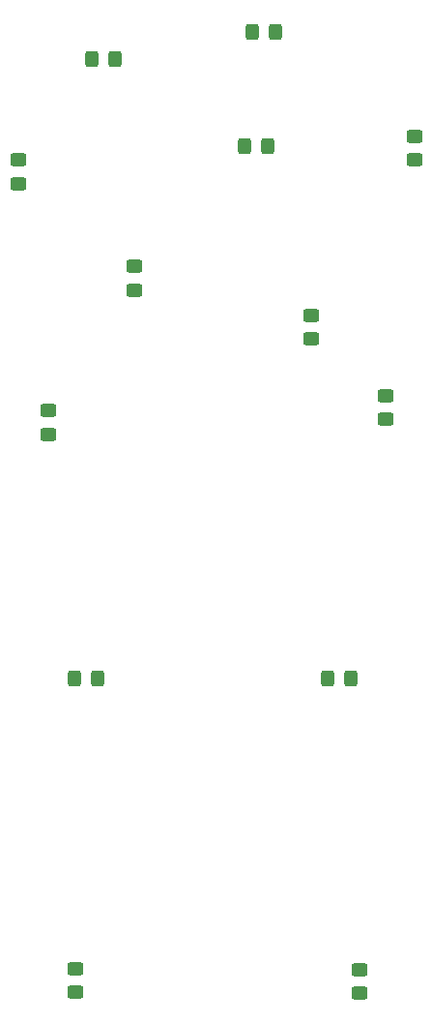
<source format=gbr>
%TF.GenerationSoftware,KiCad,Pcbnew,7.0.8*%
%TF.CreationDate,2024-06-06T10:31:46+02:00*%
%TF.ProjectId,BeerBoard,42656572-426f-4617-9264-2e6b69636164,rev?*%
%TF.SameCoordinates,Original*%
%TF.FileFunction,Paste,Bot*%
%TF.FilePolarity,Positive*%
%FSLAX46Y46*%
G04 Gerber Fmt 4.6, Leading zero omitted, Abs format (unit mm)*
G04 Created by KiCad (PCBNEW 7.0.8) date 2024-06-06 10:31:46*
%MOMM*%
%LPD*%
G01*
G04 APERTURE LIST*
G04 Aperture macros list*
%AMRoundRect*
0 Rectangle with rounded corners*
0 $1 Rounding radius*
0 $2 $3 $4 $5 $6 $7 $8 $9 X,Y pos of 4 corners*
0 Add a 4 corners polygon primitive as box body*
4,1,4,$2,$3,$4,$5,$6,$7,$8,$9,$2,$3,0*
0 Add four circle primitives for the rounded corners*
1,1,$1+$1,$2,$3*
1,1,$1+$1,$4,$5*
1,1,$1+$1,$6,$7*
1,1,$1+$1,$8,$9*
0 Add four rect primitives between the rounded corners*
20,1,$1+$1,$2,$3,$4,$5,0*
20,1,$1+$1,$4,$5,$6,$7,0*
20,1,$1+$1,$6,$7,$8,$9,0*
20,1,$1+$1,$8,$9,$2,$3,0*%
G04 Aperture macros list end*
%ADD10RoundRect,0.250000X-0.325000X-0.450000X0.325000X-0.450000X0.325000X0.450000X-0.325000X0.450000X0*%
%ADD11RoundRect,0.250000X-0.450000X0.325000X-0.450000X-0.325000X0.450000X-0.325000X0.450000X0.325000X0*%
%ADD12RoundRect,0.250000X0.325000X0.450000X-0.325000X0.450000X-0.325000X-0.450000X0.325000X-0.450000X0*%
%ADD13RoundRect,0.250000X0.450000X-0.325000X0.450000X0.325000X-0.450000X0.325000X-0.450000X-0.325000X0*%
G04 APERTURE END LIST*
D10*
%TO.C,D2*%
X124075000Y-75400000D03*
X126125000Y-75400000D03*
%TD*%
D11*
%TO.C,D6*%
X143330000Y-97855000D03*
X143330000Y-99905000D03*
%TD*%
D12*
%TO.C,D12*%
X146792500Y-129580000D03*
X144742500Y-129580000D03*
%TD*%
D11*
%TO.C,D13*%
X147510000Y-155075000D03*
X147510000Y-157125000D03*
%TD*%
D13*
%TO.C,D8*%
X120240000Y-108242500D03*
X120240000Y-106192500D03*
%TD*%
D11*
%TO.C,D7*%
X127780000Y-93567500D03*
X127780000Y-95617500D03*
%TD*%
D10*
%TO.C,D4*%
X138097500Y-73050000D03*
X140147500Y-73050000D03*
%TD*%
%TO.C,D9*%
X122567500Y-129580000D03*
X124617500Y-129580000D03*
%TD*%
%TO.C,D3*%
X137455000Y-83050000D03*
X139505000Y-83050000D03*
%TD*%
D13*
%TO.C,D1*%
X117640000Y-86302500D03*
X117640000Y-84252500D03*
%TD*%
D11*
%TO.C,D10*%
X122620000Y-154977500D03*
X122620000Y-157027500D03*
%TD*%
%TO.C,D11*%
X149810000Y-104887500D03*
X149810000Y-106937500D03*
%TD*%
%TO.C,D5*%
X152330000Y-82197500D03*
X152330000Y-84247500D03*
%TD*%
M02*

</source>
